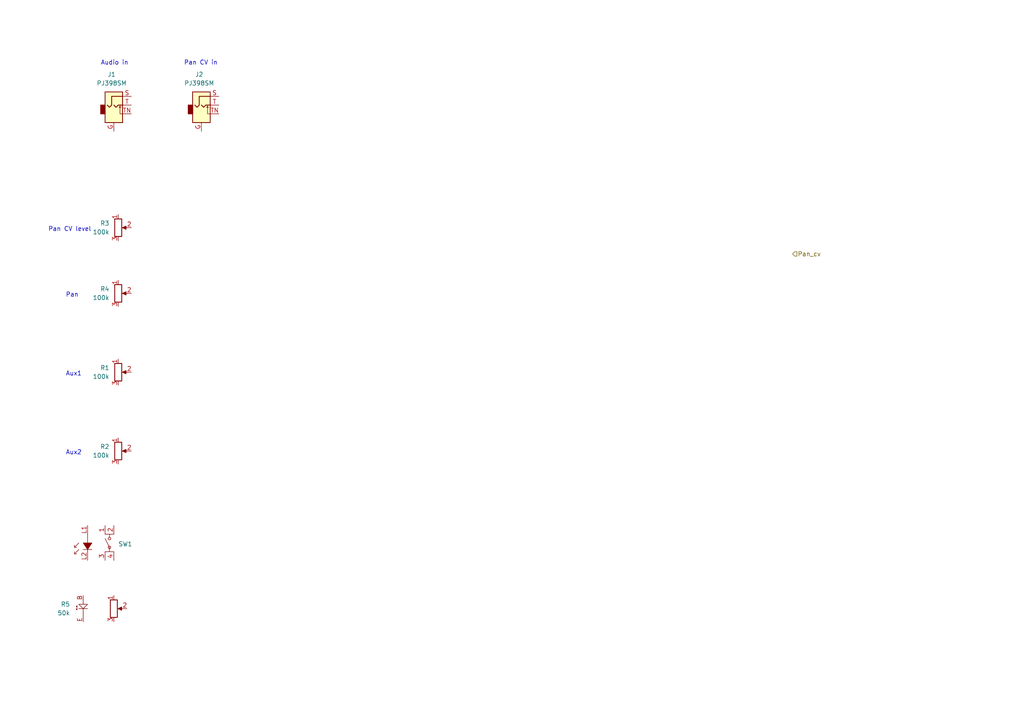
<source format=kicad_sch>
(kicad_sch (version 20230121) (generator eeschema)
  (paper "A4")
  (lib_symbols
    (symbol "WillItBlend:PB01-109TL" (pin_names (offset 1.016) hide)
      (property "Reference" "SW" (at 3.81 2.54 0))
      (symbol "PB01-109TL_0_0"
        (polyline (pts (xy -8.89 -3.175) (xy -7.62 -1.905)))
        (polyline (pts (xy -8.89 -1.27) (xy -7.62 0)))
        (polyline (pts (xy -6.35 -1.905) (xy -3.81 -1.905)))
        (polyline (pts (xy -5.08 -2.54) (xy -5.08 2.54)))
        (polyline (pts (xy -8.89 -2.54) (xy -8.89 -3.175) (xy -8.255 -3.175)))
        (polyline (pts (xy -8.89 -0.635) (xy -8.89 -1.27) (xy -8.255 -1.27)))
        (polyline (pts (xy -5.08 -1.905) (xy -6.35 0) (xy -3.81 0) (xy -5.08 -1.905)) (fill (type outline)))
      )
      (symbol "PB01-109TL_0_1"
        (polyline (pts (xy 1.27 -2.54) (xy 1.27 -1.27)))
        (polyline (pts (xy 1.27 -1.27) (xy 0 1.27)))
        (polyline (pts (xy 1.27 2.54) (xy 1.27 1.651)))
        (polyline (pts (xy 2.54 -2.54) (xy 0 -2.54)))
        (polyline (pts (xy 2.54 2.54) (xy 0 2.54)))
        (circle (center 1.27 -1.27) (radius 0.381))
        (circle (center 1.27 1.27) (radius 0.381))
        (pin passive line (at 2.54 5.08 270) (length 2.54) (name "2") (number "2"))
      )
      (symbol "PB01-109TL_1_1"
        (pin passive line (at 0 5.08 270) (length 2.54) (name "1") (number "1"))
        (pin passive line (at 0 -5.08 90) (length 2.54) (name "3") (number "3"))
        (pin passive line (at 2.54 -5.08 90) (length 2.54) (name "4") (number "4"))
        (pin passive line (at -5.08 5.08 270) (length 2.54) (name "L1") (number "L1"))
        (pin passive line (at -5.08 -5.08 90) (length 2.54) (name "L2") (number "L2"))
      )
    )
    (symbol "WillItBlend:PJ398SM"
      (property "Reference" "J" (at 0 8.89 0))
      (property "Value" "PJ398SM" (at 0 6.35 0))
      (symbol "PJ398SM_0_1"
        (rectangle (start -2.54 0) (end -3.81 -2.54) (stroke (width 0.254)) (fill (type outline)))
        (polyline (pts (xy 1.778 -0.254) (xy 2.032 -0.762)))
        (polyline (pts (xy 0 0) (xy 0.635 -0.635) (xy 1.27 0) (xy 2.54 0)) (stroke (width 0.254)))
        (polyline (pts (xy 2.54 -2.54) (xy 1.778 -2.54) (xy 1.778 -0.254) (xy 1.524 -0.762)))
        (polyline (pts (xy 2.54 2.54) (xy -0.635 2.54) (xy -0.635 0) (xy -1.27 -0.635) (xy -1.905 0)) (stroke (width 0.254)))
        (rectangle (start 2.54 3.81) (end -2.54 -5.08) (stroke (width 0.254)) (fill (type background)))
      )
      (symbol "PJ398SM_1_1"
        (pin passive line (at 0 -7.62 90) (length 2.54) (name "~") (number "G"))
        (pin passive line (at 5.08 2.54 180) (length 2.54) (name "~") (number "S"))
        (pin passive line (at 5.08 0 180) (length 2.54) (name "~") (number "T"))
        (pin passive line (at 5.08 -2.54 180) (length 2.54) (name "~") (number "TN"))
      )
    )
    (symbol "WillItBlend:R0904N-B100K-L25-KQ" (pin_names (offset 1.016) hide)
      (property "Reference" "R" (at -5.08 1.27 0))
      (property "Value" "100k" (at -3.81 -1.27 0))
      (symbol "R0904N-B100K-L25-KQ_0_1"
        (polyline (pts (xy 2.54 0) (xy 1.524 0)))
        (polyline (pts (xy 1.143 0) (xy 2.286 0.508) (xy 2.286 -0.508) (xy 1.143 0)) (fill (type outline)))
        (rectangle (start 1.016 2.54) (end -1.016 -2.54) (stroke (width 0.254)))
      )
      (symbol "R0904N-B100K-L25-KQ_1_1"
        (pin passive line (at 0 3.81 270) (length 1.27) (name "1") (number "1"))
        (pin passive line (at 3.81 0 180) (length 1.27) (name "2") (number "2"))
        (pin passive line (at 0 -3.81 90) (length 1.27) (name "3") (number "3"))
      )
    )
    (symbol "WillItBlend:RA2045F-20R-15LC-B50K" (pin_names (offset 1.016) hide)
      (property "Reference" "R" (at -3.81 1.27 0))
      (property "Value" "50k" (at -3.81 -1.27 0))
      (symbol "RA2045F-20R-15LC-B50K_0_1"
        (polyline (pts (xy -10.8697 -0.3197) (xy -10.5729 -0.2736)))
        (polyline (pts (xy -10.8631 0.4387) (xy -10.5663 0.4848)))
        (polyline (pts (xy -10.16 0) (xy -7.62 0)))
        (polyline (pts (xy -8.89 0) (xy -8.89 -2.54)))
        (polyline (pts (xy 2.54 0) (xy 1.524 0)))
        (polyline (pts (xy -10.5729 0.1288) (xy -10.8763 -0.2999) (xy -10.9158 0.0034)))
        (polyline (pts (xy -10.5663 0.8872) (xy -10.8697 0.4585) (xy -10.9092 0.7618)))
        (polyline (pts (xy 1.143 0) (xy 2.286 0.508) (xy 2.286 -0.508) (xy 1.143 0)) (fill (type outline)))
        (polyline (pts (xy -8.89 2.54) (xy -8.89 1.27) (xy -10.16 1.27) (xy -8.89 0) (xy -7.62 1.27) (xy -8.89 1.27)))
        (rectangle (start 1.016 2.54) (end -1.016 -2.54) (stroke (width 0.254)))
      )
      (symbol "RA2045F-20R-15LC-B50K_1_1"
        (pin passive line (at 0 3.81 270) (length 1.27) (name "1") (number "1"))
        (pin passive line (at 3.81 0 180) (length 1.27) (name "2") (number "2"))
        (pin passive line (at 0 -3.81 90) (length 1.27) (name "3") (number "3"))
        (pin passive line (at -8.89 3.81 270) (length 1.27) (name "B") (number "B"))
        (pin passive line (at -8.89 -3.81 90) (length 1.27) (name "E") (number "E"))
        (pin no_connect line (at -6.35 -3.81 90) (length 1.27) hide (name "L") (number "L"))
      )
    )
  )
  (text "Aux2" (at 19.05 132.08 0) (effects (font (size 1.27 1.27)) (justify left bottom)))
  (text "Pan CV in" (at 53.34 19.05 0) (effects (font (size 1.27 1.27)) (justify left bottom)))
  (text "Pan CV level" (at 13.97 67.31 0) (effects (font (size 1.27 1.27)) (justify left bottom)))
  (text "Audio in" (at 29.21 19.05 0) (effects (font (size 1.27 1.27)) (justify left bottom)))
  (text "Pan" (at 19.05 86.36 0) (effects (font (size 1.27 1.27)) (justify left bottom)))
  (text "Aux1" (at 19.05 109.22 0) (effects (font (size 1.27 1.27)) (justify left bottom)))
  (hierarchical_label "Pan_cv" (shape input) (at 229.87 73.66 0))
  (symbol (lib_id "WillItBlend:R0904N-B100K-L25-KQ") (at 34.29 85.09 0) (unit 1)
    (property "Reference" "R4" (at 31.75 83.82 0) (effects (justify right)))
    (property "Value" "100k" (at 31.75 86.36 0) (effects (justify right)))
    (property "Footprint" "WillItBlend:Potentiometer_SongHuei_9mm" (effects hide))
    (property "Datasheet" "https://www.thonk.co.uk/wp-content/uploads/2014/10/R0904N_Thonk.pdf" (effects hide))
  )
  (symbol (lib_id "WillItBlend:RA2045F-20R-15LC-B50K") (at 33.02 176.53 0) (unit 1)
    (property "Reference" "R5" (at 20.32 175.26 0) (effects (justify right)))
    (property "Value" "50k" (at 20.32 177.8 0) (effects (justify right)))
    (property "Footprint" "WillItBlend:RA2045F-20" (effects hide))
    (property "Datasheet" "https://www.thonk.co.uk/wp-content/uploads/2014/10/R0904N_Thonk.pdf" (effects hide))
  )
  (symbol (lib_id "WillItBlend:R0904N-B100K-L25-KQ") (at 34.29 66.04 0) (unit 1)
    (property "Reference" "R3" (at 31.75 64.77 0) (effects (justify right)))
    (property "Value" "100k" (at 31.75 67.31 0) (effects (justify right)))
    (property "Footprint" "WillItBlend:Potentiometer_SongHuei_9mm" (effects hide))
    (property "Datasheet" "https://www.thonk.co.uk/wp-content/uploads/2014/10/R0904N_Thonk.pdf" (effects hide))
  )
  (symbol (lib_id "WillItBlend:PJ398SM") (at 33.02 30.48 0) (unit 1)
    (property "Reference" "J1" (at 32.385 21.59 0))
    (property "Value" "PJ398SM" (at 32.385 24.13 0))
    (property "Footprint" "WillItBlend:PJ398SM" (effects hide))
    (property "Datasheet" "https://www.thonk.co.uk/wp-content/uploads/2018/07/Thonkiconn_Jack_Datasheet-new.jpg" (effects hide))
  )
  (symbol (lib_id "WillItBlend:R0904N-B100K-L25-KQ") (at 34.29 130.81 0) (unit 1)
    (property "Reference" "R2" (at 31.75 129.54 0) (effects (justify right)))
    (property "Value" "100k" (at 31.75 132.08 0) (effects (justify right)))
    (property "Footprint" "WillItBlend:Potentiometer_SongHuei_9mm" (effects hide))
    (property "Datasheet" "https://www.thonk.co.uk/wp-content/uploads/2014/10/R0904N_Thonk.pdf" (effects hide))
  )
  (symbol (lib_id "WillItBlend:R0904N-B100K-L25-KQ") (at 34.29 107.95 0) (unit 1)
    (property "Reference" "R1" (at 31.75 106.68 0) (effects (justify right)))
    (property "Value" "100k" (at 31.75 109.22 0) (effects (justify right)))
    (property "Footprint" "WillItBlend:Potentiometer_SongHuei_9mm" (effects hide))
    (property "Datasheet" "https://www.thonk.co.uk/wp-content/uploads/2014/10/R0904N_Thonk.pdf" (effects hide))
  )
  (symbol (lib_id "WillItBlend:PJ398SM") (at 58.42 30.48 0) (unit 1)
    (property "Reference" "J2" (at 57.785 21.59 0))
    (property "Value" "PJ398SM" (at 57.785 24.13 0))
    (property "Footprint" "WillItBlend:PJ398SM" (effects hide))
    (property "Datasheet" "https://www.thonk.co.uk/wp-content/uploads/2018/07/Thonkiconn_Jack_Datasheet-new.jpg" (effects hide))
  )
  (symbol (lib_id "WillItBlend:PB01-109TL") (at 30.48 157.48 0) (unit 1)
    (property "Reference" "SW1" (at 34.29 157.7975 0) (effects (justify left)))
    (property "Value" "SW_SPST_LED" (effects hide))
    (property "Footprint" "WillItBlend:PB01-109TL" (effects hide))
    (property "Datasheet" "https://www.thonk.co.uk/wp-content/uploads/2021/12/LowProfileButton.pdf" (effects hide))
  )
)
</source>
